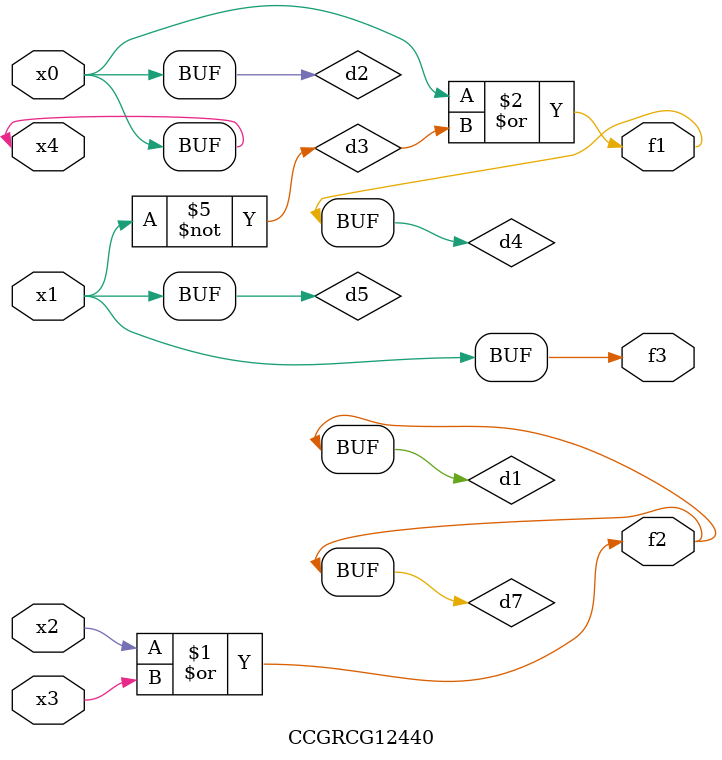
<source format=v>
module CCGRCG12440(
	input x0, x1, x2, x3, x4,
	output f1, f2, f3
);

	wire d1, d2, d3, d4, d5, d6, d7;

	or (d1, x2, x3);
	buf (d2, x0, x4);
	not (d3, x1);
	or (d4, d2, d3);
	not (d5, d3);
	nand (d6, d1, d3);
	or (d7, d1);
	assign f1 = d4;
	assign f2 = d7;
	assign f3 = d5;
endmodule

</source>
